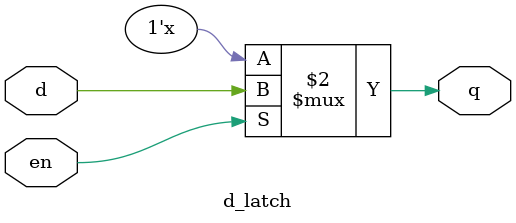
<source format=v>
module d_latch (
    input d,en,
    output reg q);

always @ (*)
  begin
    if (en) 

   q <= d;
  
  end  
endmodule
</source>
